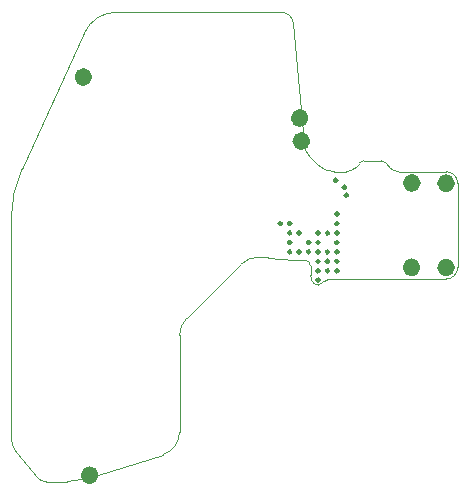
<source format=gbr>
%TF.GenerationSoftware,KiCad,Pcbnew,8.0.0-rc1-4-g5bc78f7d9f*%
%TF.CreationDate,2024-02-16T20:23:17-05:00*%
%TF.ProjectId,cafeFlex,63616665-466c-4657-982e-6b696361645f,3*%
%TF.SameCoordinates,Original*%
%TF.FileFunction,Soldermask,Bot*%
%TF.FilePolarity,Negative*%
%FSLAX46Y46*%
G04 Gerber Fmt 4.6, Leading zero omitted, Abs format (unit mm)*
G04 Created by KiCad (PCBNEW 8.0.0-rc1-4-g5bc78f7d9f) date 2024-02-16 20:23:17*
%MOMM*%
%LPD*%
G01*
G04 APERTURE LIST*
%ADD10C,0.255000*%
%ADD11C,0.755000*%
%TA.AperFunction,Profile*%
%ADD12C,0.010000*%
%TD*%
G04 APERTURE END LIST*
D10*
X205489149Y-74571740D02*
G75*
G02*
X205234149Y-74571740I-127500J0D01*
G01*
X205234149Y-74571740D02*
G75*
G02*
X205489149Y-74571740I127500J0D01*
G01*
X208689149Y-77771740D02*
G75*
G02*
X208434149Y-77771740I-127500J0D01*
G01*
X208434149Y-77771740D02*
G75*
G02*
X208689149Y-77771740I127500J0D01*
G01*
X210289149Y-73771740D02*
G75*
G02*
X210034149Y-73771740I-127500J0D01*
G01*
X210034149Y-73771740D02*
G75*
G02*
X210289149Y-73771740I127500J0D01*
G01*
X210289149Y-76171740D02*
G75*
G02*
X210034149Y-76171740I-127500J0D01*
G01*
X210034149Y-76171740D02*
G75*
G02*
X210289149Y-76171740I127500J0D01*
G01*
X208689149Y-76171740D02*
G75*
G02*
X208434149Y-76171740I-127500J0D01*
G01*
X208434149Y-76171740D02*
G75*
G02*
X208689149Y-76171740I127500J0D01*
G01*
X207089149Y-76971740D02*
G75*
G02*
X206834149Y-76971740I-127500J0D01*
G01*
X206834149Y-76971740D02*
G75*
G02*
X207089149Y-76971740I127500J0D01*
G01*
D11*
X219782486Y-71157675D02*
G75*
G02*
X219027486Y-71157675I-377500J0D01*
G01*
X219027486Y-71157675D02*
G75*
G02*
X219782486Y-71157675I377500J0D01*
G01*
D10*
X210927751Y-71508218D02*
G75*
G02*
X210672751Y-71508218I-127500J0D01*
G01*
X210672751Y-71508218D02*
G75*
G02*
X210927751Y-71508218I127500J0D01*
G01*
D11*
X189070917Y-62163701D02*
G75*
G02*
X188315917Y-62163701I-377500J0D01*
G01*
X188315917Y-62163701D02*
G75*
G02*
X189070917Y-62163701I377500J0D01*
G01*
X216860792Y-78281754D02*
G75*
G02*
X216105792Y-78281754I-377500J0D01*
G01*
X216105792Y-78281754D02*
G75*
G02*
X216860792Y-78281754I377500J0D01*
G01*
D10*
X206289149Y-74571740D02*
G75*
G02*
X206034149Y-74571740I-127500J0D01*
G01*
X206034149Y-74571740D02*
G75*
G02*
X206289149Y-74571740I127500J0D01*
G01*
X207889149Y-76171740D02*
G75*
G02*
X207634149Y-76171740I-127500J0D01*
G01*
X207634149Y-76171740D02*
G75*
G02*
X207889149Y-76171740I127500J0D01*
G01*
X210289149Y-78571740D02*
G75*
G02*
X210034149Y-78571740I-127500J0D01*
G01*
X210034149Y-78571740D02*
G75*
G02*
X210289149Y-78571740I127500J0D01*
G01*
X206289149Y-76971740D02*
G75*
G02*
X206034149Y-76971740I-127500J0D01*
G01*
X206034149Y-76971740D02*
G75*
G02*
X206289149Y-76971740I127500J0D01*
G01*
D11*
X219790394Y-78291054D02*
G75*
G02*
X219035394Y-78291054I-377500J0D01*
G01*
X219035394Y-78291054D02*
G75*
G02*
X219790394Y-78291054I377500J0D01*
G01*
D10*
X208689149Y-75371740D02*
G75*
G02*
X208434149Y-75371740I-127500J0D01*
G01*
X208434149Y-75371740D02*
G75*
G02*
X208689149Y-75371740I127500J0D01*
G01*
D11*
X216877050Y-71139183D02*
G75*
G02*
X216122050Y-71139183I-377500J0D01*
G01*
X216122050Y-71139183D02*
G75*
G02*
X216877050Y-71139183I377500J0D01*
G01*
D10*
X210184917Y-70909284D02*
G75*
G02*
X209929917Y-70909284I-127500J0D01*
G01*
X209929917Y-70909284D02*
G75*
G02*
X210184917Y-70909284I127500J0D01*
G01*
D11*
X207528109Y-67586388D02*
G75*
G02*
X206773109Y-67586388I-377500J0D01*
G01*
X206773109Y-67586388D02*
G75*
G02*
X207528109Y-67586388I377500J0D01*
G01*
D10*
X209489149Y-77771740D02*
G75*
G02*
X209234149Y-77771740I-127500J0D01*
G01*
X209234149Y-77771740D02*
G75*
G02*
X209489149Y-77771740I127500J0D01*
G01*
X210289149Y-75371740D02*
G75*
G02*
X210034149Y-75371740I-127500J0D01*
G01*
X210034149Y-75371740D02*
G75*
G02*
X210289149Y-75371740I127500J0D01*
G01*
X209489149Y-78571740D02*
G75*
G02*
X209234149Y-78571740I-127500J0D01*
G01*
X209234149Y-78571740D02*
G75*
G02*
X209489149Y-78571740I127500J0D01*
G01*
X206289149Y-76171740D02*
G75*
G02*
X206034149Y-76171740I-127500J0D01*
G01*
X206034149Y-76171740D02*
G75*
G02*
X206289149Y-76171740I127500J0D01*
G01*
D11*
X207386634Y-65633781D02*
G75*
G02*
X206631634Y-65633781I-377500J0D01*
G01*
X206631634Y-65633781D02*
G75*
G02*
X207386634Y-65633781I377500J0D01*
G01*
D10*
X209489149Y-76971740D02*
G75*
G02*
X209234149Y-76971740I-127500J0D01*
G01*
X209234149Y-76971740D02*
G75*
G02*
X209489149Y-76971740I127500J0D01*
G01*
X210289149Y-77771740D02*
G75*
G02*
X210034149Y-77771740I-127500J0D01*
G01*
X210034149Y-77771740D02*
G75*
G02*
X210289149Y-77771740I127500J0D01*
G01*
X210289149Y-74571740D02*
G75*
G02*
X210034149Y-74571740I-127500J0D01*
G01*
X210034149Y-74571740D02*
G75*
G02*
X210289149Y-74571740I127500J0D01*
G01*
X209489149Y-75371740D02*
G75*
G02*
X209234149Y-75371740I-127500J0D01*
G01*
X209234149Y-75371740D02*
G75*
G02*
X209489149Y-75371740I127500J0D01*
G01*
X208689149Y-78571740D02*
G75*
G02*
X208434149Y-78571740I-127500J0D01*
G01*
X208434149Y-78571740D02*
G75*
G02*
X208689149Y-78571740I127500J0D01*
G01*
X208689149Y-76971740D02*
G75*
G02*
X208434149Y-76971740I-127500J0D01*
G01*
X208434149Y-76971740D02*
G75*
G02*
X208689149Y-76971740I127500J0D01*
G01*
D11*
X189609352Y-95879163D02*
G75*
G02*
X188854352Y-95879163I-377500J0D01*
G01*
X188854352Y-95879163D02*
G75*
G02*
X189609352Y-95879163I377500J0D01*
G01*
D10*
X207089149Y-75371740D02*
G75*
G02*
X206834149Y-75371740I-127500J0D01*
G01*
X206834149Y-75371740D02*
G75*
G02*
X207089149Y-75371740I127500J0D01*
G01*
X211089149Y-72171740D02*
G75*
G02*
X210834149Y-72171740I-127500J0D01*
G01*
X210834149Y-72171740D02*
G75*
G02*
X211089149Y-72171740I127500J0D01*
G01*
X210289149Y-76971740D02*
G75*
G02*
X210034149Y-76971740I-127500J0D01*
G01*
X210034149Y-76971740D02*
G75*
G02*
X210289149Y-76971740I127500J0D01*
G01*
X207889149Y-76971740D02*
G75*
G02*
X207634149Y-76971740I-127500J0D01*
G01*
X207634149Y-76971740D02*
G75*
G02*
X207889149Y-76971740I127500J0D01*
G01*
X208689149Y-79371740D02*
G75*
G02*
X208434149Y-79371740I-127500J0D01*
G01*
X208434149Y-79371740D02*
G75*
G02*
X208689149Y-79371740I127500J0D01*
G01*
X206289149Y-75371740D02*
G75*
G02*
X206034149Y-75371740I-127500J0D01*
G01*
X206034149Y-75371740D02*
G75*
G02*
X206289149Y-75371740I127500J0D01*
G01*
D12*
X208002264Y-79307523D02*
G75*
G02*
X207939804Y-78959627I937236J347823D01*
G01*
X202064585Y-77999201D02*
G75*
G02*
X203474064Y-77418111I1409415J-1418699D01*
G01*
X182589797Y-74103596D02*
X182589797Y-92694033D01*
X211728382Y-69824893D02*
G75*
G02*
X210974324Y-70168108I-754082J656793D01*
G01*
X196839797Y-92217931D02*
G75*
G02*
X195435260Y-94127197I-1999997J31D01*
G01*
X208501386Y-69566249D02*
X207901345Y-68952468D01*
X182589797Y-74103596D02*
G75*
G02*
X183501507Y-69931921I9999503J96D01*
G01*
X197430318Y-82602596D02*
X202064585Y-77999201D01*
X205482345Y-56687886D02*
G75*
G02*
X206477312Y-57603086I-1445J-1000014D01*
G01*
X209033092Y-79447078D02*
G75*
G02*
X208578364Y-79739249I-454792J207878D01*
G01*
X214630524Y-69824902D02*
X214278925Y-69421202D01*
X212079991Y-69421196D02*
G75*
G02*
X212457031Y-69249574I377109J-328504D01*
G01*
X215384616Y-70168133D02*
G75*
G02*
X214630506Y-69824917I-16J1000033D01*
G01*
X219398478Y-70168133D02*
G75*
G02*
X220398466Y-71169205I22J-999967D01*
G01*
X207338679Y-67723952D02*
X206477329Y-57603085D01*
X208002264Y-79307523D02*
X208066022Y-79447024D01*
X220390868Y-78269243D02*
X220398477Y-71169205D01*
X183053355Y-93974402D02*
G75*
G02*
X182589818Y-92694033I1536345J1280302D01*
G01*
X209033092Y-79447078D02*
X209367274Y-79291822D01*
X205482345Y-56687886D02*
X191513697Y-56668133D01*
X207901345Y-68952468D02*
G75*
G02*
X207338716Y-67723949I1430155J1398068D01*
G01*
X185558172Y-96418133D02*
G75*
G02*
X184789927Y-96058337I-72J999933D01*
G01*
X212079991Y-69421196D02*
X211728382Y-69824893D01*
X209367274Y-79291823D02*
G75*
G02*
X209472598Y-79268557I105326J-226777D01*
G01*
X219398478Y-70168133D02*
X215384616Y-70168133D01*
X188787208Y-58416630D02*
X183501502Y-69931919D01*
X196839797Y-84021528D02*
G75*
G02*
X197430303Y-82602581I2000003J28D01*
G01*
X220390867Y-78269243D02*
G75*
G02*
X219390906Y-79268168I-999967J1043D01*
G01*
X206187819Y-77668133D02*
G75*
G02*
X205415935Y-77608194I-19J4999833D01*
G01*
X185558172Y-96418133D02*
X187328188Y-96418133D01*
X208520777Y-79739183D02*
G75*
G02*
X208065997Y-79447035I23J500083D01*
G01*
X208520777Y-79739183D02*
X208578364Y-79739183D01*
X213901879Y-69249587D02*
G75*
G02*
X214278940Y-69421189I21J-500013D01*
G01*
X206187819Y-77668133D02*
X207439797Y-77668133D01*
X188787208Y-58416630D02*
G75*
G02*
X191513697Y-56668111I2726492J-1251470D01*
G01*
X183053355Y-93974402D02*
X184789951Y-96058317D01*
X210974324Y-70168110D02*
X209931516Y-70168133D01*
X207939797Y-78168133D02*
X207939797Y-78959627D01*
X188816869Y-96191378D02*
G75*
G02*
X187328188Y-96418132I-1488669J4773278D01*
G01*
X209931516Y-70168133D02*
G75*
G02*
X208501371Y-69566264I-16J2000033D01*
G01*
X204352996Y-77442109D02*
X205415935Y-77608193D01*
X212457031Y-69249587D02*
X213901879Y-69249587D01*
X203474064Y-77418133D02*
X204044242Y-77418133D01*
X196839797Y-92217931D02*
X196839797Y-84021528D01*
X209472598Y-79268548D02*
X219390906Y-79268171D01*
X207439797Y-77668133D02*
G75*
G02*
X207939767Y-78168133I3J-499967D01*
G01*
X204044242Y-77418133D02*
G75*
G02*
X204352995Y-77442116I-42J-1999967D01*
G01*
X188816867Y-96191375D02*
X195435269Y-94127227D01*
M02*

</source>
